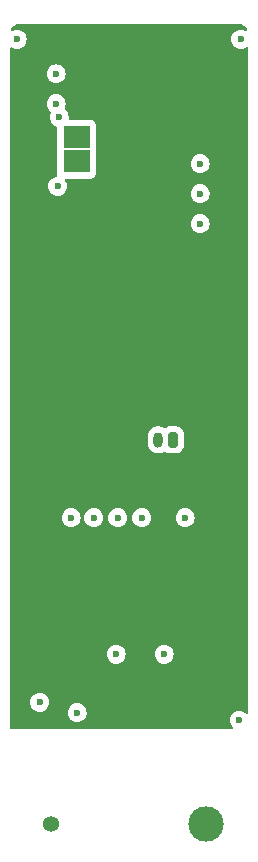
<source format=gbr>
%TF.GenerationSoftware,KiCad,Pcbnew,8.0.6*%
%TF.CreationDate,2024-11-08T20:03:32-06:00*%
%TF.ProjectId,lora micronode,6c6f7261-206d-4696-9372-6f6e6f64652e,rev?*%
%TF.SameCoordinates,Original*%
%TF.FileFunction,Copper,L3,Inr*%
%TF.FilePolarity,Positive*%
%FSLAX46Y46*%
G04 Gerber Fmt 4.6, Leading zero omitted, Abs format (unit mm)*
G04 Created by KiCad (PCBNEW 8.0.6) date 2024-11-08 20:03:32*
%MOMM*%
%LPD*%
G01*
G04 APERTURE LIST*
G04 Aperture macros list*
%AMRoundRect*
0 Rectangle with rounded corners*
0 $1 Rounding radius*
0 $2 $3 $4 $5 $6 $7 $8 $9 X,Y pos of 4 corners*
0 Add a 4 corners polygon primitive as box body*
4,1,4,$2,$3,$4,$5,$6,$7,$8,$9,$2,$3,0*
0 Add four circle primitives for the rounded corners*
1,1,$1+$1,$2,$3*
1,1,$1+$1,$4,$5*
1,1,$1+$1,$6,$7*
1,1,$1+$1,$8,$9*
0 Add four rect primitives between the rounded corners*
20,1,$1+$1,$2,$3,$4,$5,0*
20,1,$1+$1,$4,$5,$6,$7,0*
20,1,$1+$1,$6,$7,$8,$9,0*
20,1,$1+$1,$8,$9,$2,$3,0*%
G04 Aperture macros list end*
%TA.AperFunction,ComponentPad*%
%ADD10RoundRect,0.200000X0.200000X0.450000X-0.200000X0.450000X-0.200000X-0.450000X0.200000X-0.450000X0*%
%TD*%
%TA.AperFunction,ComponentPad*%
%ADD11O,0.800000X1.300000*%
%TD*%
%TA.AperFunction,ComponentPad*%
%ADD12R,2.300000X1.900000*%
%TD*%
%TA.AperFunction,ComponentPad*%
%ADD13C,1.360000*%
%TD*%
%TA.AperFunction,ComponentPad*%
%ADD14C,3.000000*%
%TD*%
%TA.AperFunction,ViaPad*%
%ADD15C,0.600000*%
%TD*%
G04 APERTURE END LIST*
D10*
%TO.N,Solar+*%
%TO.C,SC1*%
X134874000Y-86106000D03*
D11*
%TO.N,GND*%
X133624001Y-86106000D03*
%TD*%
D12*
%TO.N,GND*%
%TO.C,U2*%
X126691000Y-60446000D03*
%TO.N,BAT_VCC*%
X126691000Y-62546000D03*
%TD*%
D13*
%TO.N,Net-(AE1-A)*%
%TO.C,AE1*%
X124568000Y-118618000D03*
D14*
%TO.N,N/C*%
X137668000Y-118618000D03*
%TD*%
D15*
%TO.N,GND*%
X126746000Y-109220000D03*
X123571000Y-108331000D03*
X140462000Y-109855000D03*
X140589000Y-52197000D03*
X121666000Y-52197000D03*
%TO.N,+3.3V*%
X128143000Y-108204000D03*
X130429000Y-109220000D03*
X128143000Y-105029000D03*
X137668000Y-60206000D03*
X137096500Y-59753500D03*
X136525000Y-59182000D03*
%TO.N,SX126X_BUSY*%
X135890000Y-92710000D03*
%TO.N,SX126X_CS*%
X126238000Y-92710000D03*
%TO.N,MOSI*%
X128143000Y-92710000D03*
%TO.N,MISO*%
X130175000Y-92710000D03*
%TO.N,SCK*%
X132207000Y-92710000D03*
%TO.N,SX126X_DIO1*%
X134112000Y-104267000D03*
%TO.N,SX126X_RESET*%
X130048000Y-104267000D03*
X125095000Y-64643000D03*
%TO.N,SX126X_BUSY*%
X125222000Y-58801000D03*
%TO.N,SX126X_DIO1*%
X124968000Y-57658000D03*
%TO.N,SX126X_CS*%
X124960000Y-55126000D03*
%TO.N,SCK*%
X137160000Y-67818000D03*
%TO.N,MISO*%
X137160000Y-65278000D03*
%TO.N,MOSI*%
X137160000Y-62738000D03*
%TD*%
%TA.AperFunction,Conductor*%
%TO.N,+3.3V*%
G36*
X140468061Y-50920097D02*
G01*
X140599973Y-50933089D01*
X140623801Y-50937828D01*
X140744793Y-50974531D01*
X140767245Y-50983832D01*
X140822993Y-51013629D01*
X140878738Y-51043426D01*
X140898949Y-51056930D01*
X140996677Y-51137132D01*
X141013867Y-51154322D01*
X141094069Y-51252050D01*
X141107573Y-51272261D01*
X141132971Y-51319777D01*
X141147213Y-51388179D01*
X141122213Y-51453423D01*
X141065908Y-51494794D01*
X140996175Y-51499156D01*
X140957641Y-51483224D01*
X140938523Y-51471211D01*
X140768254Y-51411631D01*
X140768249Y-51411630D01*
X140589004Y-51391435D01*
X140588996Y-51391435D01*
X140409750Y-51411630D01*
X140409745Y-51411631D01*
X140239476Y-51471211D01*
X140086737Y-51567184D01*
X139959184Y-51694737D01*
X139863211Y-51847476D01*
X139803631Y-52017745D01*
X139803630Y-52017750D01*
X139783435Y-52196996D01*
X139783435Y-52197003D01*
X139803630Y-52376249D01*
X139803631Y-52376254D01*
X139863211Y-52546523D01*
X139946500Y-52679075D01*
X139959184Y-52699262D01*
X140086738Y-52826816D01*
X140239478Y-52922789D01*
X140368032Y-52967772D01*
X140409745Y-52982368D01*
X140409750Y-52982369D01*
X140588996Y-53002565D01*
X140589000Y-53002565D01*
X140589004Y-53002565D01*
X140768249Y-52982369D01*
X140768252Y-52982368D01*
X140768255Y-52982368D01*
X140938522Y-52922789D01*
X141034027Y-52862778D01*
X141101264Y-52843778D01*
X141168099Y-52864145D01*
X141213314Y-52917413D01*
X141224000Y-52967772D01*
X141224000Y-109185560D01*
X141204315Y-109252599D01*
X141151511Y-109298354D01*
X141082353Y-109308298D01*
X141018797Y-109279273D01*
X141012319Y-109273241D01*
X140964262Y-109225184D01*
X140811523Y-109129211D01*
X140641254Y-109069631D01*
X140641249Y-109069630D01*
X140462004Y-109049435D01*
X140461996Y-109049435D01*
X140282750Y-109069630D01*
X140282745Y-109069631D01*
X140112476Y-109129211D01*
X139959737Y-109225184D01*
X139832184Y-109352737D01*
X139736211Y-109505476D01*
X139676631Y-109675745D01*
X139676630Y-109675750D01*
X139656435Y-109854996D01*
X139656435Y-109855003D01*
X139676630Y-110034249D01*
X139676631Y-110034254D01*
X139736211Y-110204523D01*
X139832184Y-110357262D01*
X139880241Y-110405319D01*
X139913726Y-110466642D01*
X139908742Y-110536334D01*
X139866870Y-110592267D01*
X139801406Y-110616684D01*
X139792560Y-110617000D01*
X121155000Y-110617000D01*
X121087961Y-110597315D01*
X121042206Y-110544511D01*
X121031000Y-110493000D01*
X121031000Y-109219996D01*
X125940435Y-109219996D01*
X125940435Y-109220003D01*
X125960630Y-109399249D01*
X125960631Y-109399254D01*
X126020211Y-109569523D01*
X126116184Y-109722262D01*
X126243738Y-109849816D01*
X126396478Y-109945789D01*
X126566745Y-110005368D01*
X126566750Y-110005369D01*
X126745996Y-110025565D01*
X126746000Y-110025565D01*
X126746004Y-110025565D01*
X126925249Y-110005369D01*
X126925252Y-110005368D01*
X126925255Y-110005368D01*
X127095522Y-109945789D01*
X127248262Y-109849816D01*
X127375816Y-109722262D01*
X127471789Y-109569522D01*
X127531368Y-109399255D01*
X127536609Y-109352738D01*
X127551565Y-109220003D01*
X127551565Y-109219996D01*
X127531369Y-109040750D01*
X127531368Y-109040745D01*
X127471789Y-108870478D01*
X127375816Y-108717738D01*
X127248262Y-108590184D01*
X127095523Y-108494211D01*
X126925254Y-108434631D01*
X126925249Y-108434630D01*
X126746004Y-108414435D01*
X126745996Y-108414435D01*
X126566750Y-108434630D01*
X126566745Y-108434631D01*
X126396476Y-108494211D01*
X126243737Y-108590184D01*
X126116184Y-108717737D01*
X126020211Y-108870476D01*
X125960631Y-109040745D01*
X125960630Y-109040750D01*
X125940435Y-109219996D01*
X121031000Y-109219996D01*
X121031000Y-108330996D01*
X122765435Y-108330996D01*
X122765435Y-108331003D01*
X122785630Y-108510249D01*
X122785631Y-108510254D01*
X122845211Y-108680523D01*
X122868595Y-108717738D01*
X122941184Y-108833262D01*
X123068738Y-108960816D01*
X123221478Y-109056789D01*
X123391745Y-109116368D01*
X123391750Y-109116369D01*
X123570996Y-109136565D01*
X123571000Y-109136565D01*
X123571004Y-109136565D01*
X123750249Y-109116369D01*
X123750252Y-109116368D01*
X123750255Y-109116368D01*
X123920522Y-109056789D01*
X124073262Y-108960816D01*
X124200816Y-108833262D01*
X124296789Y-108680522D01*
X124356368Y-108510255D01*
X124364889Y-108434630D01*
X124376565Y-108331003D01*
X124376565Y-108330996D01*
X124356369Y-108151750D01*
X124356368Y-108151745D01*
X124296788Y-107981476D01*
X124200815Y-107828737D01*
X124073262Y-107701184D01*
X123920523Y-107605211D01*
X123750254Y-107545631D01*
X123750249Y-107545630D01*
X123571004Y-107525435D01*
X123570996Y-107525435D01*
X123391750Y-107545630D01*
X123391745Y-107545631D01*
X123221476Y-107605211D01*
X123068737Y-107701184D01*
X122941184Y-107828737D01*
X122845211Y-107981476D01*
X122785631Y-108151745D01*
X122785630Y-108151750D01*
X122765435Y-108330996D01*
X121031000Y-108330996D01*
X121031000Y-104266996D01*
X129242435Y-104266996D01*
X129242435Y-104267003D01*
X129262630Y-104446249D01*
X129262631Y-104446254D01*
X129322211Y-104616523D01*
X129418184Y-104769262D01*
X129545738Y-104896816D01*
X129698478Y-104992789D01*
X129868745Y-105052368D01*
X129868750Y-105052369D01*
X130047996Y-105072565D01*
X130048000Y-105072565D01*
X130048004Y-105072565D01*
X130227249Y-105052369D01*
X130227252Y-105052368D01*
X130227255Y-105052368D01*
X130397522Y-104992789D01*
X130550262Y-104896816D01*
X130677816Y-104769262D01*
X130773789Y-104616522D01*
X130833368Y-104446255D01*
X130853565Y-104267000D01*
X130853565Y-104266996D01*
X133306435Y-104266996D01*
X133306435Y-104267003D01*
X133326630Y-104446249D01*
X133326631Y-104446254D01*
X133386211Y-104616523D01*
X133482184Y-104769262D01*
X133609738Y-104896816D01*
X133762478Y-104992789D01*
X133932745Y-105052368D01*
X133932750Y-105052369D01*
X134111996Y-105072565D01*
X134112000Y-105072565D01*
X134112004Y-105072565D01*
X134291249Y-105052369D01*
X134291252Y-105052368D01*
X134291255Y-105052368D01*
X134461522Y-104992789D01*
X134614262Y-104896816D01*
X134741816Y-104769262D01*
X134837789Y-104616522D01*
X134897368Y-104446255D01*
X134917565Y-104267000D01*
X134897368Y-104087745D01*
X134837789Y-103917478D01*
X134741816Y-103764738D01*
X134614262Y-103637184D01*
X134461523Y-103541211D01*
X134291254Y-103481631D01*
X134291249Y-103481630D01*
X134112004Y-103461435D01*
X134111996Y-103461435D01*
X133932750Y-103481630D01*
X133932745Y-103481631D01*
X133762476Y-103541211D01*
X133609737Y-103637184D01*
X133482184Y-103764737D01*
X133386211Y-103917476D01*
X133326631Y-104087745D01*
X133326630Y-104087750D01*
X133306435Y-104266996D01*
X130853565Y-104266996D01*
X130833368Y-104087745D01*
X130773789Y-103917478D01*
X130677816Y-103764738D01*
X130550262Y-103637184D01*
X130397523Y-103541211D01*
X130227254Y-103481631D01*
X130227249Y-103481630D01*
X130048004Y-103461435D01*
X130047996Y-103461435D01*
X129868750Y-103481630D01*
X129868745Y-103481631D01*
X129698476Y-103541211D01*
X129545737Y-103637184D01*
X129418184Y-103764737D01*
X129322211Y-103917476D01*
X129262631Y-104087745D01*
X129262630Y-104087750D01*
X129242435Y-104266996D01*
X121031000Y-104266996D01*
X121031000Y-92709996D01*
X125432435Y-92709996D01*
X125432435Y-92710003D01*
X125452630Y-92889249D01*
X125452631Y-92889254D01*
X125512211Y-93059523D01*
X125608184Y-93212262D01*
X125735738Y-93339816D01*
X125888478Y-93435789D01*
X126058745Y-93495368D01*
X126058750Y-93495369D01*
X126237996Y-93515565D01*
X126238000Y-93515565D01*
X126238004Y-93515565D01*
X126417249Y-93495369D01*
X126417252Y-93495368D01*
X126417255Y-93495368D01*
X126587522Y-93435789D01*
X126740262Y-93339816D01*
X126867816Y-93212262D01*
X126963789Y-93059522D01*
X127023368Y-92889255D01*
X127043565Y-92710000D01*
X127043565Y-92709996D01*
X127337435Y-92709996D01*
X127337435Y-92710003D01*
X127357630Y-92889249D01*
X127357631Y-92889254D01*
X127417211Y-93059523D01*
X127513184Y-93212262D01*
X127640738Y-93339816D01*
X127793478Y-93435789D01*
X127963745Y-93495368D01*
X127963750Y-93495369D01*
X128142996Y-93515565D01*
X128143000Y-93515565D01*
X128143004Y-93515565D01*
X128322249Y-93495369D01*
X128322252Y-93495368D01*
X128322255Y-93495368D01*
X128492522Y-93435789D01*
X128645262Y-93339816D01*
X128772816Y-93212262D01*
X128868789Y-93059522D01*
X128928368Y-92889255D01*
X128948565Y-92710000D01*
X128948565Y-92709996D01*
X129369435Y-92709996D01*
X129369435Y-92710003D01*
X129389630Y-92889249D01*
X129389631Y-92889254D01*
X129449211Y-93059523D01*
X129545184Y-93212262D01*
X129672738Y-93339816D01*
X129825478Y-93435789D01*
X129995745Y-93495368D01*
X129995750Y-93495369D01*
X130174996Y-93515565D01*
X130175000Y-93515565D01*
X130175004Y-93515565D01*
X130354249Y-93495369D01*
X130354252Y-93495368D01*
X130354255Y-93495368D01*
X130524522Y-93435789D01*
X130677262Y-93339816D01*
X130804816Y-93212262D01*
X130900789Y-93059522D01*
X130960368Y-92889255D01*
X130980565Y-92710000D01*
X130980565Y-92709996D01*
X131401435Y-92709996D01*
X131401435Y-92710003D01*
X131421630Y-92889249D01*
X131421631Y-92889254D01*
X131481211Y-93059523D01*
X131577184Y-93212262D01*
X131704738Y-93339816D01*
X131857478Y-93435789D01*
X132027745Y-93495368D01*
X132027750Y-93495369D01*
X132206996Y-93515565D01*
X132207000Y-93515565D01*
X132207004Y-93515565D01*
X132386249Y-93495369D01*
X132386252Y-93495368D01*
X132386255Y-93495368D01*
X132556522Y-93435789D01*
X132709262Y-93339816D01*
X132836816Y-93212262D01*
X132932789Y-93059522D01*
X132992368Y-92889255D01*
X133012565Y-92710000D01*
X133012565Y-92709996D01*
X135084435Y-92709996D01*
X135084435Y-92710003D01*
X135104630Y-92889249D01*
X135104631Y-92889254D01*
X135164211Y-93059523D01*
X135260184Y-93212262D01*
X135387738Y-93339816D01*
X135540478Y-93435789D01*
X135710745Y-93495368D01*
X135710750Y-93495369D01*
X135889996Y-93515565D01*
X135890000Y-93515565D01*
X135890004Y-93515565D01*
X136069249Y-93495369D01*
X136069252Y-93495368D01*
X136069255Y-93495368D01*
X136239522Y-93435789D01*
X136392262Y-93339816D01*
X136519816Y-93212262D01*
X136615789Y-93059522D01*
X136675368Y-92889255D01*
X136695565Y-92710000D01*
X136675368Y-92530745D01*
X136615789Y-92360478D01*
X136519816Y-92207738D01*
X136392262Y-92080184D01*
X136239523Y-91984211D01*
X136069254Y-91924631D01*
X136069249Y-91924630D01*
X135890004Y-91904435D01*
X135889996Y-91904435D01*
X135710750Y-91924630D01*
X135710745Y-91924631D01*
X135540476Y-91984211D01*
X135387737Y-92080184D01*
X135260184Y-92207737D01*
X135164211Y-92360476D01*
X135104631Y-92530745D01*
X135104630Y-92530750D01*
X135084435Y-92709996D01*
X133012565Y-92709996D01*
X132992368Y-92530745D01*
X132932789Y-92360478D01*
X132836816Y-92207738D01*
X132709262Y-92080184D01*
X132556523Y-91984211D01*
X132386254Y-91924631D01*
X132386249Y-91924630D01*
X132207004Y-91904435D01*
X132206996Y-91904435D01*
X132027750Y-91924630D01*
X132027745Y-91924631D01*
X131857476Y-91984211D01*
X131704737Y-92080184D01*
X131577184Y-92207737D01*
X131481211Y-92360476D01*
X131421631Y-92530745D01*
X131421630Y-92530750D01*
X131401435Y-92709996D01*
X130980565Y-92709996D01*
X130960368Y-92530745D01*
X130900789Y-92360478D01*
X130804816Y-92207738D01*
X130677262Y-92080184D01*
X130524523Y-91984211D01*
X130354254Y-91924631D01*
X130354249Y-91924630D01*
X130175004Y-91904435D01*
X130174996Y-91904435D01*
X129995750Y-91924630D01*
X129995745Y-91924631D01*
X129825476Y-91984211D01*
X129672737Y-92080184D01*
X129545184Y-92207737D01*
X129449211Y-92360476D01*
X129389631Y-92530745D01*
X129389630Y-92530750D01*
X129369435Y-92709996D01*
X128948565Y-92709996D01*
X128928368Y-92530745D01*
X128868789Y-92360478D01*
X128772816Y-92207738D01*
X128645262Y-92080184D01*
X128492523Y-91984211D01*
X128322254Y-91924631D01*
X128322249Y-91924630D01*
X128143004Y-91904435D01*
X128142996Y-91904435D01*
X127963750Y-91924630D01*
X127963745Y-91924631D01*
X127793476Y-91984211D01*
X127640737Y-92080184D01*
X127513184Y-92207737D01*
X127417211Y-92360476D01*
X127357631Y-92530745D01*
X127357630Y-92530750D01*
X127337435Y-92709996D01*
X127043565Y-92709996D01*
X127023368Y-92530745D01*
X126963789Y-92360478D01*
X126867816Y-92207738D01*
X126740262Y-92080184D01*
X126587523Y-91984211D01*
X126417254Y-91924631D01*
X126417249Y-91924630D01*
X126238004Y-91904435D01*
X126237996Y-91904435D01*
X126058750Y-91924630D01*
X126058745Y-91924631D01*
X125888476Y-91984211D01*
X125735737Y-92080184D01*
X125608184Y-92207737D01*
X125512211Y-92360476D01*
X125452631Y-92530745D01*
X125452630Y-92530750D01*
X125432435Y-92709996D01*
X121031000Y-92709996D01*
X121031000Y-85767304D01*
X132723501Y-85767304D01*
X132723501Y-86444695D01*
X132758104Y-86618658D01*
X132758107Y-86618667D01*
X132825984Y-86782540D01*
X132825991Y-86782553D01*
X132924536Y-86930034D01*
X132924539Y-86930038D01*
X133049962Y-87055461D01*
X133049966Y-87055464D01*
X133197447Y-87154009D01*
X133197460Y-87154016D01*
X133307215Y-87199477D01*
X133361335Y-87221894D01*
X133361337Y-87221894D01*
X133361342Y-87221896D01*
X133535305Y-87256499D01*
X133535308Y-87256500D01*
X133535310Y-87256500D01*
X133712694Y-87256500D01*
X133712695Y-87256499D01*
X133770683Y-87244964D01*
X133886659Y-87221896D01*
X133886662Y-87221894D01*
X133886667Y-87221894D01*
X134050548Y-87154013D01*
X134107835Y-87115733D01*
X134174512Y-87094855D01*
X134240875Y-87112717D01*
X134384394Y-87199478D01*
X134546804Y-87250086D01*
X134617384Y-87256500D01*
X134617387Y-87256500D01*
X135130613Y-87256500D01*
X135130616Y-87256500D01*
X135201196Y-87250086D01*
X135363606Y-87199478D01*
X135509185Y-87111472D01*
X135629472Y-86991185D01*
X135717478Y-86845606D01*
X135768086Y-86683196D01*
X135774500Y-86612616D01*
X135774500Y-85599384D01*
X135768086Y-85528804D01*
X135717478Y-85366394D01*
X135629472Y-85220815D01*
X135629470Y-85220813D01*
X135629469Y-85220811D01*
X135509188Y-85100530D01*
X135363606Y-85012522D01*
X135291659Y-84990103D01*
X135201196Y-84961914D01*
X135201194Y-84961913D01*
X135201192Y-84961913D01*
X135151778Y-84957423D01*
X135130616Y-84955500D01*
X134617384Y-84955500D01*
X134598145Y-84957248D01*
X134546807Y-84961913D01*
X134384391Y-85012523D01*
X134240875Y-85099281D01*
X134173321Y-85117117D01*
X134107837Y-85096267D01*
X134050548Y-85057987D01*
X134050545Y-85057985D01*
X134050541Y-85057983D01*
X133886668Y-84990106D01*
X133886659Y-84990103D01*
X133712695Y-84955500D01*
X133712692Y-84955500D01*
X133535310Y-84955500D01*
X133535307Y-84955500D01*
X133361342Y-84990103D01*
X133361333Y-84990106D01*
X133197460Y-85057983D01*
X133197447Y-85057990D01*
X133049966Y-85156535D01*
X133049962Y-85156538D01*
X132924539Y-85281961D01*
X132924536Y-85281965D01*
X132825991Y-85429446D01*
X132825984Y-85429459D01*
X132758107Y-85593332D01*
X132758104Y-85593341D01*
X132723501Y-85767304D01*
X121031000Y-85767304D01*
X121031000Y-67817996D01*
X136354435Y-67817996D01*
X136354435Y-67818003D01*
X136374630Y-67997249D01*
X136374631Y-67997254D01*
X136434211Y-68167523D01*
X136530184Y-68320262D01*
X136657738Y-68447816D01*
X136810478Y-68543789D01*
X136980745Y-68603368D01*
X136980750Y-68603369D01*
X137159996Y-68623565D01*
X137160000Y-68623565D01*
X137160004Y-68623565D01*
X137339249Y-68603369D01*
X137339252Y-68603368D01*
X137339255Y-68603368D01*
X137509522Y-68543789D01*
X137662262Y-68447816D01*
X137789816Y-68320262D01*
X137885789Y-68167522D01*
X137945368Y-67997255D01*
X137965565Y-67818000D01*
X137945368Y-67638745D01*
X137885789Y-67468478D01*
X137789816Y-67315738D01*
X137662262Y-67188184D01*
X137509523Y-67092211D01*
X137339254Y-67032631D01*
X137339249Y-67032630D01*
X137160004Y-67012435D01*
X137159996Y-67012435D01*
X136980750Y-67032630D01*
X136980745Y-67032631D01*
X136810476Y-67092211D01*
X136657737Y-67188184D01*
X136530184Y-67315737D01*
X136434211Y-67468476D01*
X136374631Y-67638745D01*
X136374630Y-67638750D01*
X136354435Y-67817996D01*
X121031000Y-67817996D01*
X121031000Y-57657996D01*
X124162435Y-57657996D01*
X124162435Y-57658003D01*
X124182630Y-57837249D01*
X124182631Y-57837254D01*
X124242211Y-58007523D01*
X124246148Y-58013788D01*
X124338184Y-58160262D01*
X124465738Y-58287816D01*
X124465743Y-58287819D01*
X124467911Y-58289548D01*
X124468949Y-58291027D01*
X124470662Y-58292740D01*
X124470361Y-58293040D01*
X124508050Y-58346738D01*
X124510898Y-58416549D01*
X124498778Y-58444988D01*
X124499231Y-58445206D01*
X124496210Y-58451478D01*
X124436633Y-58621737D01*
X124436630Y-58621750D01*
X124416435Y-58800996D01*
X124416435Y-58801003D01*
X124436630Y-58980249D01*
X124436631Y-58980254D01*
X124496211Y-59150523D01*
X124561024Y-59253671D01*
X124592184Y-59303262D01*
X124719738Y-59430816D01*
X124872478Y-59526789D01*
X124957454Y-59556523D01*
X125014230Y-59597245D01*
X125039978Y-59662197D01*
X125040500Y-59673565D01*
X125040500Y-61443869D01*
X125040501Y-61443878D01*
X125044679Y-61482745D01*
X125044679Y-61509251D01*
X125040500Y-61548123D01*
X125040500Y-63543870D01*
X125040501Y-63543876D01*
X125046909Y-63603484D01*
X125077097Y-63684425D01*
X125082081Y-63754117D01*
X125048595Y-63815439D01*
X124987272Y-63848924D01*
X124974800Y-63850977D01*
X124915749Y-63857631D01*
X124915745Y-63857631D01*
X124745476Y-63917211D01*
X124592737Y-64013184D01*
X124465184Y-64140737D01*
X124369211Y-64293476D01*
X124309631Y-64463745D01*
X124309630Y-64463750D01*
X124289435Y-64642996D01*
X124289435Y-64643003D01*
X124309630Y-64822249D01*
X124309631Y-64822254D01*
X124369211Y-64992523D01*
X124465184Y-65145262D01*
X124592738Y-65272816D01*
X124745478Y-65368789D01*
X124915745Y-65428368D01*
X124915750Y-65428369D01*
X125094996Y-65448565D01*
X125095000Y-65448565D01*
X125095004Y-65448565D01*
X125274249Y-65428369D01*
X125274252Y-65428368D01*
X125274255Y-65428368D01*
X125444522Y-65368789D01*
X125589018Y-65277996D01*
X136354435Y-65277996D01*
X136354435Y-65278003D01*
X136374630Y-65457249D01*
X136374631Y-65457254D01*
X136434211Y-65627523D01*
X136530184Y-65780262D01*
X136657738Y-65907816D01*
X136810478Y-66003789D01*
X136980745Y-66063368D01*
X136980750Y-66063369D01*
X137159996Y-66083565D01*
X137160000Y-66083565D01*
X137160004Y-66083565D01*
X137339249Y-66063369D01*
X137339252Y-66063368D01*
X137339255Y-66063368D01*
X137509522Y-66003789D01*
X137662262Y-65907816D01*
X137789816Y-65780262D01*
X137885789Y-65627522D01*
X137945368Y-65457255D01*
X137965565Y-65278000D01*
X137950609Y-65145262D01*
X137945369Y-65098750D01*
X137945368Y-65098745D01*
X137885788Y-64928476D01*
X137846582Y-64866080D01*
X137789816Y-64775738D01*
X137662262Y-64648184D01*
X137509523Y-64552211D01*
X137339254Y-64492631D01*
X137339249Y-64492630D01*
X137160004Y-64472435D01*
X137159996Y-64472435D01*
X136980750Y-64492630D01*
X136980745Y-64492631D01*
X136810476Y-64552211D01*
X136657737Y-64648184D01*
X136530184Y-64775737D01*
X136434211Y-64928476D01*
X136374631Y-65098745D01*
X136374630Y-65098750D01*
X136354435Y-65277996D01*
X125589018Y-65277996D01*
X125597262Y-65272816D01*
X125724816Y-65145262D01*
X125820789Y-64992522D01*
X125880368Y-64822255D01*
X125885609Y-64775738D01*
X125900565Y-64643003D01*
X125900565Y-64642996D01*
X125880369Y-64463750D01*
X125880368Y-64463745D01*
X125820788Y-64293476D01*
X125753552Y-64186471D01*
X125734552Y-64119234D01*
X125754920Y-64052399D01*
X125808187Y-64007185D01*
X125858546Y-63996499D01*
X127888871Y-63996499D01*
X127888872Y-63996499D01*
X127948483Y-63990091D01*
X128083331Y-63939796D01*
X128198546Y-63853546D01*
X128284796Y-63738331D01*
X128335091Y-63603483D01*
X128341500Y-63543873D01*
X128341500Y-62737996D01*
X136354435Y-62737996D01*
X136354435Y-62738003D01*
X136374630Y-62917249D01*
X136374631Y-62917254D01*
X136434211Y-63087523D01*
X136530184Y-63240262D01*
X136657738Y-63367816D01*
X136810478Y-63463789D01*
X136980745Y-63523368D01*
X136980750Y-63523369D01*
X137159996Y-63543565D01*
X137160000Y-63543565D01*
X137160004Y-63543565D01*
X137339249Y-63523369D01*
X137339252Y-63523368D01*
X137339255Y-63523368D01*
X137509522Y-63463789D01*
X137662262Y-63367816D01*
X137789816Y-63240262D01*
X137885789Y-63087522D01*
X137945368Y-62917255D01*
X137965565Y-62738000D01*
X137945368Y-62558745D01*
X137885789Y-62388478D01*
X137789816Y-62235738D01*
X137662262Y-62108184D01*
X137509523Y-62012211D01*
X137339254Y-61952631D01*
X137339249Y-61952630D01*
X137160004Y-61932435D01*
X137159996Y-61932435D01*
X136980750Y-61952630D01*
X136980745Y-61952631D01*
X136810476Y-62012211D01*
X136657737Y-62108184D01*
X136530184Y-62235737D01*
X136434211Y-62388476D01*
X136374631Y-62558745D01*
X136374630Y-62558750D01*
X136354435Y-62737996D01*
X128341500Y-62737996D01*
X128341499Y-61548128D01*
X128341499Y-61548127D01*
X128341498Y-61548111D01*
X128337320Y-61509253D01*
X128337320Y-61482745D01*
X128341500Y-61443873D01*
X128341499Y-59448128D01*
X128335091Y-59388517D01*
X128284796Y-59253669D01*
X128284795Y-59253668D01*
X128284793Y-59253664D01*
X128198547Y-59138455D01*
X128198544Y-59138452D01*
X128083335Y-59052206D01*
X128083328Y-59052202D01*
X127948482Y-59001908D01*
X127948483Y-59001908D01*
X127888883Y-58995501D01*
X127888881Y-58995500D01*
X127888873Y-58995500D01*
X127888865Y-58995500D01*
X126144406Y-58995500D01*
X126077367Y-58975815D01*
X126031612Y-58923011D01*
X126021186Y-58857616D01*
X126027565Y-58801002D01*
X126027565Y-58800996D01*
X126007369Y-58621750D01*
X126007368Y-58621745D01*
X125947788Y-58451476D01*
X125851815Y-58298737D01*
X125724260Y-58171182D01*
X125722087Y-58169449D01*
X125721051Y-58167973D01*
X125719338Y-58166260D01*
X125719638Y-58165959D01*
X125681948Y-58112260D01*
X125679101Y-58042448D01*
X125691225Y-58014006D01*
X125690771Y-58013788D01*
X125693788Y-58007523D01*
X125693789Y-58007522D01*
X125753368Y-57837255D01*
X125773565Y-57658000D01*
X125753368Y-57478745D01*
X125693789Y-57308478D01*
X125597816Y-57155738D01*
X125470262Y-57028184D01*
X125317523Y-56932211D01*
X125147254Y-56872631D01*
X125147249Y-56872630D01*
X124968004Y-56852435D01*
X124967996Y-56852435D01*
X124788750Y-56872630D01*
X124788745Y-56872631D01*
X124618476Y-56932211D01*
X124465737Y-57028184D01*
X124338184Y-57155737D01*
X124242211Y-57308476D01*
X124182631Y-57478745D01*
X124182630Y-57478750D01*
X124162435Y-57657996D01*
X121031000Y-57657996D01*
X121031000Y-55125996D01*
X124154435Y-55125996D01*
X124154435Y-55126003D01*
X124174630Y-55305249D01*
X124174631Y-55305254D01*
X124234211Y-55475523D01*
X124330184Y-55628262D01*
X124457738Y-55755816D01*
X124610478Y-55851789D01*
X124780745Y-55911368D01*
X124780750Y-55911369D01*
X124959996Y-55931565D01*
X124960000Y-55931565D01*
X124960004Y-55931565D01*
X125139249Y-55911369D01*
X125139252Y-55911368D01*
X125139255Y-55911368D01*
X125309522Y-55851789D01*
X125462262Y-55755816D01*
X125589816Y-55628262D01*
X125685789Y-55475522D01*
X125745368Y-55305255D01*
X125765565Y-55126000D01*
X125745368Y-54946745D01*
X125685789Y-54776478D01*
X125589816Y-54623738D01*
X125462262Y-54496184D01*
X125309523Y-54400211D01*
X125139254Y-54340631D01*
X125139249Y-54340630D01*
X124960004Y-54320435D01*
X124959996Y-54320435D01*
X124780750Y-54340630D01*
X124780745Y-54340631D01*
X124610476Y-54400211D01*
X124457737Y-54496184D01*
X124330184Y-54623737D01*
X124234211Y-54776476D01*
X124174631Y-54946745D01*
X124174630Y-54946750D01*
X124154435Y-55125996D01*
X121031000Y-55125996D01*
X121031000Y-52967772D01*
X121050685Y-52900733D01*
X121103489Y-52854978D01*
X121172647Y-52845034D01*
X121220973Y-52862779D01*
X121316475Y-52922788D01*
X121486745Y-52982368D01*
X121486750Y-52982369D01*
X121665996Y-53002565D01*
X121666000Y-53002565D01*
X121666004Y-53002565D01*
X121845249Y-52982369D01*
X121845252Y-52982368D01*
X121845255Y-52982368D01*
X122015522Y-52922789D01*
X122168262Y-52826816D01*
X122295816Y-52699262D01*
X122391789Y-52546522D01*
X122451368Y-52376255D01*
X122471565Y-52197000D01*
X122451368Y-52017745D01*
X122391789Y-51847478D01*
X122295816Y-51694738D01*
X122168262Y-51567184D01*
X122160602Y-51562371D01*
X122015523Y-51471211D01*
X121845254Y-51411631D01*
X121845249Y-51411630D01*
X121666004Y-51391435D01*
X121665996Y-51391435D01*
X121486750Y-51411630D01*
X121486745Y-51411631D01*
X121316475Y-51471211D01*
X121297356Y-51483225D01*
X121230119Y-51502224D01*
X121163284Y-51481855D01*
X121118071Y-51428586D01*
X121108835Y-51359330D01*
X121122027Y-51319779D01*
X121147427Y-51272259D01*
X121160930Y-51252050D01*
X121241137Y-51154316D01*
X121258316Y-51137137D01*
X121356052Y-51056928D01*
X121376261Y-51043426D01*
X121487757Y-50983830D01*
X121510202Y-50974532D01*
X121631200Y-50937828D01*
X121655024Y-50933089D01*
X121786939Y-50920097D01*
X121799093Y-50919500D01*
X121858892Y-50919500D01*
X140396108Y-50919500D01*
X140455907Y-50919500D01*
X140468061Y-50920097D01*
G37*
%TD.AperFunction*%
%TD*%
M02*

</source>
